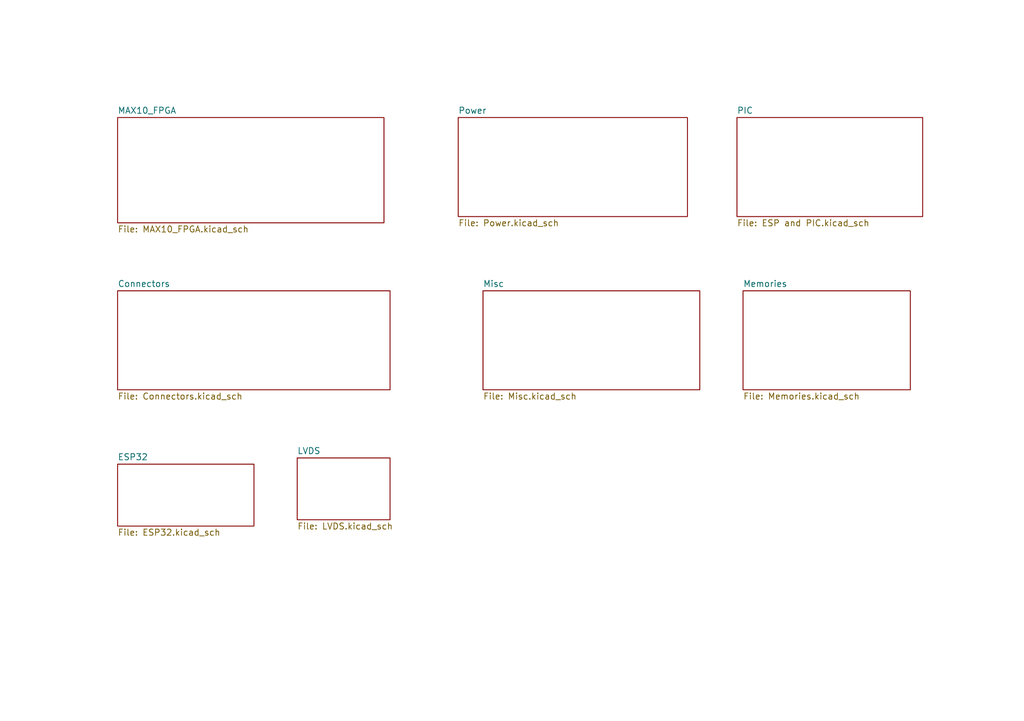
<source format=kicad_sch>
(kicad_sch
	(version 20231120)
	(generator "eeschema")
	(generator_version "8.0")
	(uuid "06fc9235-c7cb-4423-bffb-e22159b20b1e")
	(paper "A5")
	(lib_symbols)
	(sheet
		(at 60.96 93.98)
		(size 19.05 12.7)
		(fields_autoplaced yes)
		(stroke
			(width 0.1524)
			(type solid)
		)
		(fill
			(color 0 0 0 0.0000)
		)
		(uuid "17e3eec9-6297-41f6-8ef7-10c379726a2d")
		(property "Sheetname" "LVDS"
			(at 60.96 93.2684 0)
			(effects
				(font
					(size 1.27 1.27)
				)
				(justify left bottom)
			)
		)
		(property "Sheetfile" "LVDS.kicad_sch"
			(at 60.96 107.2646 0)
			(effects
				(font
					(size 1.27 1.27)
				)
				(justify left top)
			)
		)
		(instances
			(project "max10_EGSE"
				(path "/06fc9235-c7cb-4423-bffb-e22159b20b1e"
					(page "9")
				)
			)
		)
	)
	(sheet
		(at 24.13 24.13)
		(size 54.61 21.59)
		(fields_autoplaced yes)
		(stroke
			(width 0.1524)
			(type solid)
		)
		(fill
			(color 0 0 0 0.0000)
		)
		(uuid "1c29327d-2fb0-4123-911b-32d76b0c672a")
		(property "Sheetname" "MAX10_FPGA"
			(at 24.13 23.4184 0)
			(effects
				(font
					(size 1.27 1.27)
				)
				(justify left bottom)
			)
		)
		(property "Sheetfile" "MAX10_FPGA.kicad_sch"
			(at 24.13 46.3046 0)
			(effects
				(font
					(size 1.27 1.27)
				)
				(justify left top)
			)
		)
		(instances
			(project "max10_EGSE"
				(path "/06fc9235-c7cb-4423-bffb-e22159b20b1e"
					(page "3")
				)
			)
		)
	)
	(sheet
		(at 24.13 59.69)
		(size 55.88 20.32)
		(fields_autoplaced yes)
		(stroke
			(width 0.1524)
			(type solid)
		)
		(fill
			(color 0 0 0 0.0000)
		)
		(uuid "47146fef-b130-4fb1-b086-0494a8228b00")
		(property "Sheetname" "Connectors"
			(at 24.13 58.9784 0)
			(effects
				(font
					(size 1.27 1.27)
				)
				(justify left bottom)
			)
		)
		(property "Sheetfile" "Connectors.kicad_sch"
			(at 24.13 80.5946 0)
			(effects
				(font
					(size 1.27 1.27)
				)
				(justify left top)
			)
		)
		(instances
			(project "max10_EGSE"
				(path "/06fc9235-c7cb-4423-bffb-e22159b20b1e"
					(page "4")
				)
			)
		)
	)
	(sheet
		(at 24.13 95.25)
		(size 27.94 12.7)
		(fields_autoplaced yes)
		(stroke
			(width 0.1524)
			(type solid)
		)
		(fill
			(color 0 0 0 0.0000)
		)
		(uuid "8d8018b8-dc06-48bc-ae0a-ef5ece764e5b")
		(property "Sheetname" "ESP32"
			(at 24.13 94.5384 0)
			(effects
				(font
					(size 1.27 1.27)
				)
				(justify left bottom)
			)
		)
		(property "Sheetfile" "ESP32.kicad_sch"
			(at 24.13 108.5346 0)
			(effects
				(font
					(size 1.27 1.27)
				)
				(justify left top)
			)
		)
		(instances
			(project "max10_EGSE"
				(path "/06fc9235-c7cb-4423-bffb-e22159b20b1e"
					(page "8")
				)
			)
		)
	)
	(sheet
		(at 152.4 59.69)
		(size 34.29 20.32)
		(fields_autoplaced yes)
		(stroke
			(width 0.1524)
			(type solid)
		)
		(fill
			(color 0 0 0 0.0000)
		)
		(uuid "a366a7f3-c125-40ad-ba7d-e0f1cc404a5b")
		(property "Sheetname" "Memories"
			(at 152.4 58.9784 0)
			(effects
				(font
					(size 1.27 1.27)
				)
				(justify left bottom)
			)
		)
		(property "Sheetfile" "Memories.kicad_sch"
			(at 152.4 80.5946 0)
			(effects
				(font
					(size 1.27 1.27)
				)
				(justify left top)
			)
		)
		(instances
			(project "max10_EGSE"
				(path "/06fc9235-c7cb-4423-bffb-e22159b20b1e"
					(page "7")
				)
			)
		)
	)
	(sheet
		(at 93.98 24.13)
		(size 46.99 20.32)
		(fields_autoplaced yes)
		(stroke
			(width 0.1524)
			(type solid)
		)
		(fill
			(color 0 0 0 0.0000)
		)
		(uuid "b9afb035-f528-48c8-829f-4aa299e9b2aa")
		(property "Sheetname" "Power"
			(at 93.98 23.4184 0)
			(effects
				(font
					(size 1.27 1.27)
				)
				(justify left bottom)
			)
		)
		(property "Sheetfile" "Power.kicad_sch"
			(at 93.98 45.0346 0)
			(effects
				(font
					(size 1.27 1.27)
				)
				(justify left top)
			)
		)
		(instances
			(project "max10_EGSE"
				(path "/06fc9235-c7cb-4423-bffb-e22159b20b1e"
					(page "2")
				)
			)
		)
	)
	(sheet
		(at 151.13 24.13)
		(size 38.1 20.32)
		(fields_autoplaced yes)
		(stroke
			(width 0.1524)
			(type solid)
		)
		(fill
			(color 0 0 0 0.0000)
		)
		(uuid "d02911e7-4b45-4a27-bc5c-829870e7b895")
		(property "Sheetname" "PIC"
			(at 151.13 23.4184 0)
			(effects
				(font
					(size 1.27 1.27)
				)
				(justify left bottom)
			)
		)
		(property "Sheetfile" "ESP and PIC.kicad_sch"
			(at 151.13 45.0346 0)
			(effects
				(font
					(size 1.27 1.27)
				)
				(justify left top)
			)
		)
		(instances
			(project "max10_EGSE"
				(path "/06fc9235-c7cb-4423-bffb-e22159b20b1e"
					(page "6")
				)
			)
		)
	)
	(sheet
		(at 99.06 59.69)
		(size 44.45 20.32)
		(fields_autoplaced yes)
		(stroke
			(width 0.1524)
			(type solid)
		)
		(fill
			(color 0 0 0 0.0000)
		)
		(uuid "d20fa92a-e1d7-4754-a765-ba4e5b3f3b88")
		(property "Sheetname" "Misc"
			(at 99.06 58.9784 0)
			(effects
				(font
					(size 1.27 1.27)
				)
				(justify left bottom)
			)
		)
		(property "Sheetfile" "Misc.kicad_sch"
			(at 99.06 80.5946 0)
			(effects
				(font
					(size 1.27 1.27)
				)
				(justify left top)
			)
		)
		(instances
			(project "max10_EGSE"
				(path "/06fc9235-c7cb-4423-bffb-e22159b20b1e"
					(page "5")
				)
			)
		)
	)
	(sheet_instances
		(path "/"
			(page "1")
		)
	)
)

</source>
